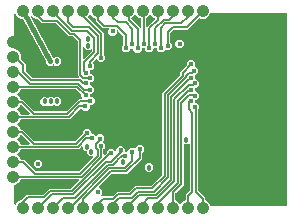
<source format=gbr>
G04 EAGLE Gerber RS-274X export*
G75*
%MOMM*%
%FSLAX34Y34*%
%LPD*%
%INBottom Copper*%
%IPPOS*%
%AMOC8*
5,1,8,0,0,1.08239X$1,22.5*%
G01*
%ADD10C,1.050000*%
%ADD11C,0.450000*%
%ADD12C,0.152400*%
%ADD13C,0.457200*%
%ADD14C,0.453200*%
%ADD15C,0.406400*%

G36*
X233878Y7573D02*
X233878Y7573D01*
X233897Y7571D01*
X233999Y7593D01*
X234101Y7609D01*
X234118Y7619D01*
X234138Y7623D01*
X234227Y7676D01*
X234318Y7725D01*
X234332Y7739D01*
X234349Y7749D01*
X234416Y7828D01*
X234488Y7903D01*
X234496Y7921D01*
X234509Y7936D01*
X234548Y8032D01*
X234591Y8126D01*
X234593Y8146D01*
X234601Y8164D01*
X234619Y8331D01*
X234619Y170485D01*
X234617Y170502D01*
X234618Y170517D01*
X234618Y170519D01*
X234618Y170524D01*
X234596Y170626D01*
X234580Y170728D01*
X234570Y170745D01*
X234566Y170765D01*
X234513Y170854D01*
X234464Y170945D01*
X234450Y170959D01*
X234440Y170976D01*
X234361Y171043D01*
X234286Y171115D01*
X234268Y171123D01*
X234253Y171136D01*
X234157Y171175D01*
X234063Y171218D01*
X234043Y171220D01*
X234025Y171228D01*
X233858Y171246D01*
X170764Y171246D01*
X170650Y171227D01*
X170533Y171210D01*
X170528Y171208D01*
X170522Y171207D01*
X170419Y171152D01*
X170314Y171099D01*
X170310Y171094D01*
X170304Y171091D01*
X170224Y171007D01*
X170142Y170923D01*
X170138Y170917D01*
X170135Y170913D01*
X170127Y170896D01*
X170061Y170776D01*
X169231Y168772D01*
X167397Y166938D01*
X165000Y165945D01*
X162406Y165945D01*
X161305Y166401D01*
X161191Y166428D01*
X161078Y166457D01*
X161071Y166456D01*
X161065Y166458D01*
X160949Y166447D01*
X160832Y166438D01*
X160827Y166435D01*
X160820Y166434D01*
X160713Y166387D01*
X160606Y166341D01*
X160600Y166337D01*
X160596Y166334D01*
X160582Y166322D01*
X160475Y166236D01*
X151083Y156844D01*
X139079Y156844D01*
X138989Y156830D01*
X138898Y156822D01*
X138869Y156810D01*
X138837Y156805D01*
X138756Y156762D01*
X138672Y156726D01*
X138640Y156700D01*
X138619Y156689D01*
X138597Y156666D01*
X138541Y156621D01*
X135987Y154067D01*
X135934Y153993D01*
X135874Y153924D01*
X135862Y153893D01*
X135843Y153867D01*
X135816Y153780D01*
X135782Y153695D01*
X135778Y153654D01*
X135771Y153632D01*
X135772Y153600D01*
X135764Y153529D01*
X135764Y146518D01*
X135778Y146428D01*
X135786Y146337D01*
X135798Y146307D01*
X135803Y146275D01*
X135846Y146194D01*
X135882Y146110D01*
X135908Y146078D01*
X135919Y146058D01*
X135942Y146035D01*
X135987Y145979D01*
X137252Y144714D01*
X137252Y141798D01*
X135189Y139735D01*
X132076Y139735D01*
X131986Y139721D01*
X131895Y139713D01*
X131865Y139701D01*
X131833Y139696D01*
X131752Y139653D01*
X131668Y139617D01*
X131636Y139591D01*
X131616Y139580D01*
X131593Y139557D01*
X131537Y139512D01*
X129728Y137703D01*
X126812Y137703D01*
X124749Y139766D01*
X124749Y140244D01*
X124746Y140264D01*
X124748Y140283D01*
X124726Y140385D01*
X124710Y140487D01*
X124700Y140504D01*
X124696Y140524D01*
X124643Y140613D01*
X124594Y140704D01*
X124580Y140718D01*
X124570Y140735D01*
X124491Y140802D01*
X124416Y140874D01*
X124398Y140882D01*
X124383Y140895D01*
X124287Y140934D01*
X124193Y140977D01*
X124173Y140979D01*
X124155Y140987D01*
X123988Y141005D01*
X122392Y141005D01*
X122372Y141002D01*
X122353Y141004D01*
X122251Y140982D01*
X122149Y140966D01*
X122132Y140956D01*
X122112Y140952D01*
X122023Y140899D01*
X121932Y140850D01*
X121918Y140836D01*
X121901Y140826D01*
X121834Y140747D01*
X121762Y140672D01*
X121754Y140654D01*
X121741Y140639D01*
X121702Y140543D01*
X121659Y140449D01*
X121657Y140429D01*
X121649Y140411D01*
X121631Y140244D01*
X121631Y139512D01*
X119568Y137449D01*
X116652Y137449D01*
X114589Y139512D01*
X114589Y140371D01*
X114586Y140391D01*
X114588Y140410D01*
X114566Y140512D01*
X114550Y140614D01*
X114540Y140631D01*
X114536Y140651D01*
X114483Y140740D01*
X114434Y140831D01*
X114420Y140845D01*
X114410Y140862D01*
X114331Y140929D01*
X114256Y141001D01*
X114238Y141009D01*
X114223Y141022D01*
X114127Y141061D01*
X114033Y141104D01*
X114013Y141106D01*
X113995Y141114D01*
X113828Y141132D01*
X112613Y141132D01*
X112593Y141129D01*
X112574Y141131D01*
X112472Y141109D01*
X112370Y141093D01*
X112353Y141083D01*
X112333Y141079D01*
X112244Y141026D01*
X112153Y140977D01*
X112139Y140963D01*
X112122Y140953D01*
X112055Y140874D01*
X111983Y140799D01*
X111975Y140781D01*
X111962Y140766D01*
X111923Y140670D01*
X111880Y140576D01*
X111878Y140556D01*
X111870Y140538D01*
X111852Y140371D01*
X111852Y139385D01*
X109789Y137322D01*
X106873Y137322D01*
X104810Y139385D01*
X104810Y139990D01*
X104807Y140010D01*
X104809Y140029D01*
X104787Y140131D01*
X104771Y140233D01*
X104761Y140250D01*
X104757Y140270D01*
X104704Y140359D01*
X104655Y140450D01*
X104641Y140464D01*
X104631Y140481D01*
X104552Y140548D01*
X104477Y140620D01*
X104459Y140628D01*
X104444Y140641D01*
X104348Y140680D01*
X104254Y140723D01*
X104234Y140725D01*
X104216Y140733D01*
X104049Y140751D01*
X102707Y140751D01*
X102687Y140748D01*
X102668Y140750D01*
X102566Y140728D01*
X102464Y140712D01*
X102447Y140702D01*
X102427Y140698D01*
X102338Y140645D01*
X102247Y140596D01*
X102233Y140582D01*
X102216Y140572D01*
X102149Y140493D01*
X102077Y140418D01*
X102069Y140400D01*
X102056Y140385D01*
X102017Y140289D01*
X101974Y140195D01*
X101972Y140175D01*
X101964Y140157D01*
X101946Y139990D01*
X101946Y139766D01*
X99883Y137703D01*
X96967Y137703D01*
X94904Y139766D01*
X94904Y142682D01*
X96169Y143947D01*
X96222Y144021D01*
X96282Y144091D01*
X96294Y144121D01*
X96313Y144147D01*
X96340Y144234D01*
X96374Y144319D01*
X96378Y144360D01*
X96385Y144382D01*
X96384Y144414D01*
X96392Y144486D01*
X96392Y151243D01*
X96378Y151333D01*
X96370Y151424D01*
X96358Y151453D01*
X96353Y151485D01*
X96310Y151566D01*
X96274Y151650D01*
X96248Y151682D01*
X96237Y151703D01*
X96214Y151725D01*
X96169Y151781D01*
X92085Y155865D01*
X92027Y155907D01*
X91975Y155956D01*
X91928Y155978D01*
X91886Y156009D01*
X91817Y156030D01*
X91752Y156060D01*
X91700Y156066D01*
X91650Y156081D01*
X91579Y156079D01*
X91508Y156087D01*
X91457Y156076D01*
X91405Y156075D01*
X91337Y156050D01*
X91267Y156035D01*
X91222Y156008D01*
X91174Y155990D01*
X91118Y155945D01*
X91056Y155909D01*
X91022Y155869D01*
X90982Y155836D01*
X90943Y155776D01*
X90896Y155722D01*
X90877Y155673D01*
X90849Y155629D01*
X90831Y155560D01*
X90804Y155493D01*
X90796Y155422D01*
X90788Y155391D01*
X90790Y155368D01*
X90786Y155327D01*
X90786Y153729D01*
X88714Y151657D01*
X85784Y151657D01*
X83712Y153729D01*
X83712Y156659D01*
X83741Y156688D01*
X83783Y156746D01*
X83832Y156798D01*
X83854Y156845D01*
X83885Y156887D01*
X83906Y156956D01*
X83936Y157021D01*
X83942Y157073D01*
X83957Y157123D01*
X83955Y157194D01*
X83963Y157265D01*
X83952Y157316D01*
X83951Y157368D01*
X83926Y157436D01*
X83911Y157506D01*
X83884Y157551D01*
X83866Y157599D01*
X83821Y157655D01*
X83785Y157717D01*
X83745Y157751D01*
X83712Y157791D01*
X83652Y157830D01*
X83598Y157877D01*
X83549Y157896D01*
X83506Y157924D01*
X83436Y157942D01*
X83369Y157969D01*
X83298Y157977D01*
X83267Y157985D01*
X83244Y157983D01*
X83203Y157987D01*
X78660Y157987D01*
X72770Y163877D01*
X72770Y165741D01*
X72751Y165856D01*
X72734Y165972D01*
X72732Y165978D01*
X72731Y165984D01*
X72676Y166087D01*
X72623Y166192D01*
X72618Y166196D01*
X72615Y166201D01*
X72531Y166281D01*
X72447Y166364D01*
X72441Y166367D01*
X72437Y166371D01*
X72420Y166379D01*
X72300Y166445D01*
X71109Y166938D01*
X69275Y168772D01*
X69156Y169059D01*
X69119Y169120D01*
X69089Y169185D01*
X69054Y169224D01*
X69027Y169268D01*
X68972Y169314D01*
X68923Y169366D01*
X68877Y169392D01*
X68837Y169425D01*
X68770Y169450D01*
X68707Y169485D01*
X68656Y169494D01*
X68608Y169513D01*
X68536Y169516D01*
X68465Y169529D01*
X68414Y169521D01*
X68362Y169523D01*
X68293Y169503D01*
X68222Y169493D01*
X68176Y169469D01*
X68126Y169455D01*
X68067Y169414D01*
X68003Y169381D01*
X67966Y169344D01*
X67924Y169315D01*
X67881Y169257D01*
X67831Y169206D01*
X67796Y169143D01*
X67777Y169117D01*
X67770Y169095D01*
X67750Y169059D01*
X67631Y168772D01*
X66721Y167862D01*
X66709Y167846D01*
X66694Y167834D01*
X66638Y167746D01*
X66577Y167663D01*
X66572Y167644D01*
X66561Y167627D01*
X66536Y167526D01*
X66505Y167427D01*
X66506Y167408D01*
X66501Y167388D01*
X66509Y167285D01*
X66511Y167182D01*
X66518Y167163D01*
X66520Y167143D01*
X66560Y167048D01*
X66596Y166951D01*
X66608Y166935D01*
X66616Y166917D01*
X66721Y166786D01*
X79630Y153877D01*
X79630Y136231D01*
X79644Y136141D01*
X79652Y136050D01*
X79664Y136020D01*
X79669Y135988D01*
X79692Y135946D01*
X79693Y135941D01*
X79706Y135919D01*
X79712Y135907D01*
X79748Y135823D01*
X79774Y135791D01*
X79785Y135771D01*
X79808Y135748D01*
X79819Y135730D01*
X79830Y135720D01*
X79853Y135692D01*
X81118Y134427D01*
X81118Y131511D01*
X79055Y129448D01*
X76139Y129448D01*
X74043Y131544D01*
X74037Y131582D01*
X74003Y131646D01*
X73978Y131713D01*
X73946Y131754D01*
X73921Y131800D01*
X73870Y131849D01*
X73825Y131905D01*
X73781Y131933D01*
X73743Y131969D01*
X73678Y131999D01*
X73618Y132038D01*
X73567Y132051D01*
X73520Y132073D01*
X73449Y132081D01*
X73379Y132098D01*
X73327Y132094D01*
X73276Y132100D01*
X73205Y132085D01*
X73134Y132079D01*
X73086Y132059D01*
X73035Y132048D01*
X72974Y132011D01*
X72908Y131983D01*
X72852Y131938D01*
X72824Y131922D01*
X72809Y131904D01*
X72777Y131878D01*
X70442Y129543D01*
X70430Y129527D01*
X70414Y129514D01*
X70358Y129427D01*
X70298Y129343D01*
X70292Y129324D01*
X70281Y129307D01*
X70256Y129207D01*
X70226Y129108D01*
X70226Y129088D01*
X70221Y129069D01*
X70229Y128966D01*
X70232Y128862D01*
X70239Y128843D01*
X70241Y128824D01*
X70281Y128729D01*
X70317Y128631D01*
X70329Y128616D01*
X70337Y128597D01*
X70442Y128466D01*
X71593Y127315D01*
X71593Y124399D01*
X69530Y122336D01*
X68671Y122336D01*
X68651Y122333D01*
X68632Y122335D01*
X68530Y122313D01*
X68428Y122297D01*
X68411Y122287D01*
X68391Y122283D01*
X68302Y122230D01*
X68211Y122181D01*
X68197Y122167D01*
X68180Y122157D01*
X68113Y122078D01*
X68041Y122003D01*
X68033Y121985D01*
X68020Y121970D01*
X67981Y121874D01*
X67938Y121780D01*
X67936Y121760D01*
X67928Y121742D01*
X67910Y121575D01*
X67910Y120106D01*
X67913Y120086D01*
X67911Y120067D01*
X67933Y119965D01*
X67949Y119863D01*
X67959Y119846D01*
X67963Y119826D01*
X68016Y119737D01*
X68065Y119646D01*
X68079Y119632D01*
X68089Y119615D01*
X68168Y119548D01*
X68243Y119476D01*
X68261Y119468D01*
X68276Y119455D01*
X68372Y119416D01*
X68466Y119373D01*
X68486Y119371D01*
X68504Y119363D01*
X68671Y119345D01*
X69657Y119345D01*
X71720Y117282D01*
X71720Y114366D01*
X69657Y112303D01*
X68925Y112303D01*
X68905Y112300D01*
X68886Y112302D01*
X68784Y112280D01*
X68682Y112264D01*
X68665Y112254D01*
X68645Y112250D01*
X68556Y112197D01*
X68465Y112148D01*
X68451Y112134D01*
X68434Y112124D01*
X68367Y112045D01*
X68295Y111970D01*
X68287Y111952D01*
X68274Y111937D01*
X68235Y111841D01*
X68192Y111747D01*
X68190Y111727D01*
X68182Y111709D01*
X68164Y111542D01*
X68164Y110200D01*
X68167Y110180D01*
X68165Y110161D01*
X68187Y110059D01*
X68203Y109957D01*
X68213Y109940D01*
X68217Y109920D01*
X68270Y109831D01*
X68319Y109740D01*
X68333Y109726D01*
X68343Y109709D01*
X68422Y109642D01*
X68497Y109570D01*
X68515Y109562D01*
X68530Y109549D01*
X68626Y109510D01*
X68720Y109467D01*
X68740Y109465D01*
X68758Y109457D01*
X68925Y109439D01*
X69403Y109439D01*
X71466Y107376D01*
X71466Y104460D01*
X69403Y102397D01*
X68544Y102397D01*
X68524Y102394D01*
X68505Y102396D01*
X68403Y102374D01*
X68301Y102358D01*
X68284Y102348D01*
X68264Y102344D01*
X68175Y102291D01*
X68084Y102242D01*
X68070Y102228D01*
X68053Y102218D01*
X67986Y102139D01*
X67914Y102064D01*
X67906Y102046D01*
X67893Y102031D01*
X67854Y101935D01*
X67811Y101841D01*
X67809Y101821D01*
X67801Y101803D01*
X67783Y101636D01*
X67783Y100421D01*
X67785Y100410D01*
X67784Y100403D01*
X67785Y100396D01*
X67784Y100382D01*
X67806Y100280D01*
X67822Y100178D01*
X67832Y100161D01*
X67836Y100141D01*
X67889Y100052D01*
X67938Y99961D01*
X67952Y99947D01*
X67962Y99930D01*
X68041Y99863D01*
X68116Y99791D01*
X68134Y99783D01*
X68149Y99770D01*
X68245Y99731D01*
X68339Y99688D01*
X68359Y99686D01*
X68377Y99678D01*
X68544Y99660D01*
X69911Y99660D01*
X71974Y97597D01*
X71974Y94681D01*
X69911Y92618D01*
X68417Y92618D01*
X68397Y92615D01*
X68378Y92617D01*
X68276Y92595D01*
X68174Y92579D01*
X68157Y92569D01*
X68137Y92565D01*
X68048Y92512D01*
X67957Y92463D01*
X67943Y92449D01*
X67926Y92439D01*
X67859Y92360D01*
X67787Y92285D01*
X67779Y92267D01*
X67766Y92252D01*
X67727Y92156D01*
X67684Y92062D01*
X67682Y92042D01*
X67674Y92024D01*
X67656Y91857D01*
X67656Y90236D01*
X65593Y88173D01*
X62677Y88173D01*
X61412Y89438D01*
X61338Y89491D01*
X61268Y89551D01*
X61238Y89563D01*
X61212Y89582D01*
X61125Y89609D01*
X61040Y89643D01*
X60999Y89647D01*
X60977Y89654D01*
X60945Y89653D01*
X60873Y89661D01*
X60085Y89661D01*
X59995Y89647D01*
X59904Y89639D01*
X59875Y89627D01*
X59843Y89622D01*
X59762Y89579D01*
X59678Y89543D01*
X59646Y89517D01*
X59625Y89506D01*
X59603Y89483D01*
X59547Y89438D01*
X50880Y80771D01*
X9773Y80771D01*
X9658Y80752D01*
X9542Y80735D01*
X9536Y80733D01*
X9530Y80732D01*
X9427Y80677D01*
X9322Y80624D01*
X9318Y80619D01*
X9313Y80616D01*
X9233Y80532D01*
X9150Y80448D01*
X9147Y80442D01*
X9143Y80438D01*
X9135Y80421D01*
X9069Y80301D01*
X8576Y79110D01*
X6742Y77276D01*
X6455Y77157D01*
X6394Y77120D01*
X6329Y77090D01*
X6290Y77055D01*
X6246Y77028D01*
X6200Y76973D01*
X6148Y76924D01*
X6122Y76878D01*
X6089Y76838D01*
X6064Y76771D01*
X6029Y76708D01*
X6020Y76657D01*
X6001Y76609D01*
X5998Y76537D01*
X5985Y76466D01*
X5993Y76415D01*
X5991Y76363D01*
X6011Y76294D01*
X6021Y76223D01*
X6045Y76177D01*
X6059Y76127D01*
X6100Y76068D01*
X6133Y76004D01*
X6170Y75967D01*
X6199Y75925D01*
X6257Y75882D01*
X6308Y75832D01*
X6371Y75797D01*
X6397Y75778D01*
X6419Y75771D01*
X6455Y75751D01*
X6742Y75632D01*
X8576Y73798D01*
X9069Y72607D01*
X9131Y72507D01*
X9191Y72407D01*
X9196Y72403D01*
X9199Y72398D01*
X9290Y72323D01*
X9378Y72247D01*
X9384Y72245D01*
X9388Y72241D01*
X9497Y72199D01*
X9606Y72155D01*
X9613Y72154D01*
X9618Y72153D01*
X9636Y72152D01*
X9773Y72137D01*
X11256Y72137D01*
X20939Y62454D01*
X21013Y62401D01*
X21082Y62341D01*
X21113Y62329D01*
X21139Y62310D01*
X21226Y62283D01*
X21311Y62249D01*
X21352Y62245D01*
X21374Y62238D01*
X21406Y62239D01*
X21477Y62231D01*
X55216Y62231D01*
X55306Y62245D01*
X55397Y62253D01*
X55427Y62265D01*
X55459Y62270D01*
X55540Y62313D01*
X55624Y62349D01*
X55656Y62375D01*
X55676Y62386D01*
X55699Y62409D01*
X55755Y62454D01*
X61647Y68346D01*
X61788Y68487D01*
X61841Y68561D01*
X61901Y68631D01*
X61913Y68661D01*
X61932Y68687D01*
X61959Y68774D01*
X61993Y68859D01*
X61997Y68900D01*
X62004Y68922D01*
X62003Y68954D01*
X62011Y69026D01*
X62011Y70673D01*
X64074Y72736D01*
X66990Y72736D01*
X69053Y70673D01*
X69053Y69560D01*
X69056Y69540D01*
X69054Y69521D01*
X69076Y69419D01*
X69092Y69317D01*
X69102Y69300D01*
X69106Y69280D01*
X69159Y69191D01*
X69208Y69100D01*
X69222Y69086D01*
X69232Y69069D01*
X69311Y69002D01*
X69386Y68930D01*
X69404Y68922D01*
X69419Y68909D01*
X69515Y68870D01*
X69609Y68827D01*
X69629Y68825D01*
X69647Y68817D01*
X69814Y68799D01*
X71308Y68799D01*
X73122Y66985D01*
X73138Y66974D01*
X73150Y66958D01*
X73238Y66902D01*
X73321Y66842D01*
X73340Y66836D01*
X73357Y66825D01*
X73458Y66800D01*
X73557Y66769D01*
X73576Y66770D01*
X73596Y66765D01*
X73699Y66773D01*
X73802Y66776D01*
X73821Y66783D01*
X73841Y66784D01*
X73936Y66825D01*
X74033Y66860D01*
X74049Y66873D01*
X74067Y66881D01*
X74198Y66985D01*
X75250Y68037D01*
X78166Y68037D01*
X80229Y65974D01*
X80229Y63058D01*
X79304Y62133D01*
X79293Y62117D01*
X79277Y62105D01*
X79247Y62057D01*
X79237Y62047D01*
X79228Y62029D01*
X79221Y62017D01*
X79161Y61934D01*
X79155Y61915D01*
X79144Y61898D01*
X79119Y61797D01*
X79088Y61698D01*
X79089Y61679D01*
X79084Y61659D01*
X79092Y61556D01*
X79095Y61453D01*
X79102Y61434D01*
X79103Y61414D01*
X79144Y61319D01*
X79179Y61222D01*
X79192Y61206D01*
X79200Y61188D01*
X79304Y61057D01*
X80737Y59624D01*
X80737Y56708D01*
X79697Y55668D01*
X79644Y55594D01*
X79584Y55524D01*
X79572Y55494D01*
X79553Y55468D01*
X79527Y55381D01*
X79492Y55296D01*
X79488Y55255D01*
X79481Y55233D01*
X79482Y55201D01*
X79474Y55130D01*
X79474Y51337D01*
X79486Y51266D01*
X79487Y51194D01*
X79505Y51145D01*
X79514Y51094D01*
X79547Y51031D01*
X79572Y50963D01*
X79604Y50922D01*
X79629Y50877D01*
X79681Y50827D01*
X79726Y50771D01*
X79769Y50743D01*
X79807Y50707D01*
X79872Y50677D01*
X79932Y50638D01*
X79983Y50625D01*
X80030Y50604D01*
X80101Y50596D01*
X80171Y50578D01*
X80223Y50582D01*
X80275Y50576D01*
X80345Y50592D01*
X80416Y50597D01*
X80464Y50618D01*
X80515Y50629D01*
X80577Y50666D01*
X80643Y50694D01*
X80698Y50738D01*
X80726Y50755D01*
X80741Y50773D01*
X80774Y50798D01*
X82108Y52133D01*
X82161Y52207D01*
X82221Y52277D01*
X82233Y52307D01*
X82252Y52333D01*
X82279Y52420D01*
X82313Y52505D01*
X82317Y52546D01*
X82324Y52568D01*
X82323Y52600D01*
X82331Y52671D01*
X82331Y53909D01*
X84394Y55972D01*
X87310Y55972D01*
X89160Y54122D01*
X89218Y54080D01*
X89270Y54031D01*
X89317Y54009D01*
X89359Y53979D01*
X89428Y53958D01*
X89493Y53927D01*
X89545Y53922D01*
X89595Y53906D01*
X89666Y53908D01*
X89737Y53900D01*
X89788Y53911D01*
X89840Y53913D01*
X89908Y53937D01*
X89978Y53953D01*
X90023Y53979D01*
X90071Y53997D01*
X90127Y54042D01*
X90189Y54079D01*
X90223Y54118D01*
X90263Y54151D01*
X90302Y54211D01*
X90349Y54266D01*
X90368Y54314D01*
X90396Y54358D01*
X90414Y54427D01*
X90441Y54494D01*
X90449Y54565D01*
X90457Y54596D01*
X90455Y54620D01*
X90459Y54661D01*
X90459Y55941D01*
X92522Y58004D01*
X95438Y58004D01*
X97501Y55941D01*
X97501Y54320D01*
X97504Y54300D01*
X97502Y54281D01*
X97524Y54179D01*
X97540Y54077D01*
X97550Y54060D01*
X97554Y54040D01*
X97607Y53951D01*
X97656Y53860D01*
X97670Y53846D01*
X97680Y53829D01*
X97759Y53762D01*
X97834Y53690D01*
X97852Y53682D01*
X97867Y53669D01*
X97963Y53630D01*
X98057Y53587D01*
X98077Y53585D01*
X98095Y53577D01*
X98262Y53559D01*
X99350Y53559D01*
X99370Y53562D01*
X99389Y53560D01*
X99491Y53582D01*
X99593Y53598D01*
X99610Y53608D01*
X99630Y53612D01*
X99719Y53665D01*
X99810Y53714D01*
X99824Y53728D01*
X99841Y53738D01*
X99908Y53817D01*
X99980Y53892D01*
X99988Y53910D01*
X100001Y53925D01*
X100040Y54021D01*
X100083Y54115D01*
X100085Y54135D01*
X100093Y54153D01*
X100111Y54320D01*
X100111Y54671D01*
X102174Y56734D01*
X105090Y56734D01*
X105416Y56408D01*
X105474Y56366D01*
X105526Y56317D01*
X105573Y56295D01*
X105615Y56265D01*
X105684Y56244D01*
X105749Y56213D01*
X105801Y56208D01*
X105851Y56192D01*
X105922Y56194D01*
X105993Y56186D01*
X106044Y56197D01*
X106096Y56199D01*
X106164Y56223D01*
X106234Y56239D01*
X106279Y56265D01*
X106327Y56283D01*
X106383Y56328D01*
X106445Y56365D01*
X106479Y56404D01*
X106519Y56437D01*
X106558Y56497D01*
X106605Y56552D01*
X106624Y56600D01*
X106652Y56644D01*
X106670Y56713D01*
X106697Y56780D01*
X106701Y56816D01*
X108778Y58893D01*
X111694Y58893D01*
X113757Y56830D01*
X113757Y53914D01*
X112492Y52649D01*
X112439Y52575D01*
X112379Y52505D01*
X112367Y52475D01*
X112348Y52449D01*
X112321Y52362D01*
X112287Y52277D01*
X112283Y52236D01*
X112276Y52214D01*
X112277Y52182D01*
X112269Y52110D01*
X112269Y47545D01*
X99394Y34670D01*
X86755Y34670D01*
X86665Y34656D01*
X86574Y34648D01*
X86545Y34636D01*
X86513Y34631D01*
X86432Y34588D01*
X86348Y34552D01*
X86316Y34526D01*
X86295Y34515D01*
X86273Y34492D01*
X86217Y34447D01*
X75894Y24124D01*
X75852Y24066D01*
X75803Y24014D01*
X75781Y23967D01*
X75750Y23925D01*
X75729Y23856D01*
X75699Y23791D01*
X75693Y23739D01*
X75678Y23689D01*
X75680Y23618D01*
X75672Y23547D01*
X75683Y23496D01*
X75684Y23444D01*
X75709Y23376D01*
X75724Y23306D01*
X75751Y23261D01*
X75769Y23213D01*
X75814Y23157D01*
X75850Y23095D01*
X75890Y23061D01*
X75923Y23021D01*
X75983Y22982D01*
X76037Y22935D01*
X76086Y22916D01*
X76130Y22888D01*
X76199Y22870D01*
X76266Y22843D01*
X76337Y22835D01*
X76368Y22827D01*
X76391Y22829D01*
X76432Y22825D01*
X76515Y22825D01*
X78578Y20762D01*
X78578Y17846D01*
X77653Y16921D01*
X77611Y16863D01*
X77562Y16811D01*
X77540Y16764D01*
X77510Y16722D01*
X77489Y16653D01*
X77458Y16588D01*
X77453Y16536D01*
X77437Y16486D01*
X77439Y16415D01*
X77431Y16344D01*
X77442Y16293D01*
X77444Y16241D01*
X77468Y16173D01*
X77484Y16103D01*
X77510Y16058D01*
X77528Y16010D01*
X77573Y15954D01*
X77610Y15892D01*
X77649Y15858D01*
X77682Y15818D01*
X77742Y15779D01*
X77797Y15732D01*
X77845Y15713D01*
X77889Y15685D01*
X77958Y15667D01*
X78025Y15640D01*
X78096Y15632D01*
X78127Y15624D01*
X78151Y15626D01*
X78192Y15622D01*
X86727Y15622D01*
X86817Y15636D01*
X86908Y15644D01*
X86937Y15656D01*
X86969Y15661D01*
X87050Y15704D01*
X87134Y15740D01*
X87166Y15766D01*
X87187Y15777D01*
X87209Y15800D01*
X87265Y15845D01*
X90725Y19305D01*
X101049Y19305D01*
X101139Y19319D01*
X101230Y19327D01*
X101260Y19339D01*
X101292Y19344D01*
X101372Y19387D01*
X101456Y19423D01*
X101488Y19449D01*
X101509Y19460D01*
X101531Y19483D01*
X101587Y19528D01*
X106444Y24385D01*
X119239Y24385D01*
X119329Y24399D01*
X119420Y24407D01*
X119449Y24419D01*
X119481Y24424D01*
X119562Y24467D01*
X119646Y24503D01*
X119678Y24529D01*
X119699Y24540D01*
X119721Y24563D01*
X119777Y24608D01*
X128935Y33766D01*
X128988Y33840D01*
X129048Y33909D01*
X129060Y33940D01*
X129079Y33966D01*
X129106Y34053D01*
X129140Y34138D01*
X129144Y34179D01*
X129151Y34201D01*
X129150Y34233D01*
X129158Y34304D01*
X129158Y103032D01*
X144211Y118085D01*
X144264Y118159D01*
X144324Y118228D01*
X144336Y118258D01*
X144355Y118284D01*
X144382Y118371D01*
X144416Y118456D01*
X144420Y118497D01*
X144427Y118519D01*
X144426Y118552D01*
X144434Y118623D01*
X144434Y121020D01*
X149926Y126512D01*
X149979Y126586D01*
X150039Y126655D01*
X150051Y126686D01*
X150070Y126712D01*
X150097Y126799D01*
X150131Y126884D01*
X150135Y126925D01*
X150142Y126947D01*
X150141Y126979D01*
X150149Y127050D01*
X150149Y128839D01*
X152212Y130902D01*
X155128Y130902D01*
X157191Y128839D01*
X157191Y125726D01*
X157205Y125636D01*
X157213Y125545D01*
X157225Y125515D01*
X157230Y125483D01*
X157273Y125402D01*
X157309Y125318D01*
X157335Y125286D01*
X157346Y125266D01*
X157369Y125243D01*
X157414Y125187D01*
X159223Y123378D01*
X159223Y120462D01*
X157219Y118458D01*
X157207Y118442D01*
X157192Y118429D01*
X157160Y118380D01*
X157159Y118379D01*
X157158Y118377D01*
X157135Y118342D01*
X157075Y118258D01*
X157069Y118239D01*
X157059Y118222D01*
X157033Y118122D01*
X157003Y118023D01*
X157003Y118003D01*
X156999Y117984D01*
X157007Y117880D01*
X157009Y117777D01*
X157016Y117758D01*
X157018Y117738D01*
X157058Y117644D01*
X157064Y117628D01*
X157064Y115534D01*
X157067Y115514D01*
X157065Y115495D01*
X157087Y115393D01*
X157103Y115291D01*
X157113Y115274D01*
X157117Y115254D01*
X157170Y115165D01*
X157219Y115074D01*
X157233Y115060D01*
X157243Y115043D01*
X157322Y114976D01*
X157397Y114904D01*
X157415Y114896D01*
X157430Y114883D01*
X157526Y114844D01*
X157620Y114801D01*
X157640Y114799D01*
X157658Y114791D01*
X157825Y114773D01*
X158176Y114773D01*
X160239Y112710D01*
X160239Y109794D01*
X158176Y107731D01*
X157825Y107731D01*
X157805Y107728D01*
X157786Y107730D01*
X157684Y107708D01*
X157582Y107692D01*
X157565Y107682D01*
X157545Y107678D01*
X157456Y107625D01*
X157365Y107576D01*
X157351Y107562D01*
X157334Y107552D01*
X157267Y107473D01*
X157195Y107398D01*
X157187Y107380D01*
X157174Y107365D01*
X157135Y107269D01*
X157092Y107175D01*
X157090Y107155D01*
X157082Y107137D01*
X157064Y106970D01*
X157064Y105247D01*
X157067Y105227D01*
X157065Y105208D01*
X157087Y105106D01*
X157103Y105004D01*
X157113Y104987D01*
X157117Y104967D01*
X157170Y104878D01*
X157219Y104787D01*
X157233Y104773D01*
X157243Y104756D01*
X157322Y104689D01*
X157397Y104617D01*
X157415Y104609D01*
X157430Y104596D01*
X157526Y104557D01*
X157620Y104514D01*
X157640Y104512D01*
X157658Y104504D01*
X157825Y104486D01*
X158049Y104486D01*
X160112Y102423D01*
X160112Y99507D01*
X158049Y97444D01*
X157698Y97444D01*
X157678Y97441D01*
X157659Y97443D01*
X157557Y97421D01*
X157455Y97405D01*
X157438Y97395D01*
X157418Y97391D01*
X157329Y97338D01*
X157238Y97289D01*
X157224Y97275D01*
X157207Y97265D01*
X157140Y97186D01*
X157068Y97111D01*
X157060Y97093D01*
X157047Y97078D01*
X157008Y96982D01*
X156965Y96888D01*
X156963Y96868D01*
X156955Y96850D01*
X156937Y96683D01*
X156937Y95341D01*
X156940Y95321D01*
X156938Y95302D01*
X156960Y95200D01*
X156976Y95098D01*
X156986Y95081D01*
X156990Y95061D01*
X157043Y94972D01*
X157092Y94881D01*
X157106Y94867D01*
X157116Y94850D01*
X157195Y94783D01*
X157270Y94711D01*
X157288Y94703D01*
X157303Y94690D01*
X157399Y94651D01*
X157493Y94608D01*
X157513Y94606D01*
X157531Y94598D01*
X157698Y94580D01*
X158049Y94580D01*
X160112Y92517D01*
X160112Y89601D01*
X159863Y89352D01*
X159809Y89278D01*
X159750Y89208D01*
X159738Y89178D01*
X159719Y89152D01*
X159692Y89065D01*
X159658Y88980D01*
X159654Y88939D01*
X159647Y88917D01*
X159648Y88885D01*
X159640Y88813D01*
X159640Y20842D01*
X159654Y20752D01*
X159662Y20661D01*
X159674Y20631D01*
X159679Y20600D01*
X159722Y20519D01*
X159758Y20435D01*
X159784Y20403D01*
X159795Y20382D01*
X159818Y20360D01*
X159863Y20304D01*
X164322Y15845D01*
X165736Y14431D01*
X165736Y12821D01*
X165755Y12706D01*
X165772Y12590D01*
X165774Y12584D01*
X165775Y12578D01*
X165830Y12475D01*
X165883Y12370D01*
X165888Y12366D01*
X165891Y12361D01*
X165975Y12281D01*
X166059Y12198D01*
X166065Y12195D01*
X166069Y12191D01*
X166086Y12183D01*
X166206Y12117D01*
X167397Y11624D01*
X169231Y9790D01*
X169956Y8040D01*
X170017Y7940D01*
X170077Y7840D01*
X170082Y7836D01*
X170086Y7831D01*
X170175Y7756D01*
X170264Y7680D01*
X170270Y7678D01*
X170275Y7674D01*
X170383Y7632D01*
X170492Y7588D01*
X170500Y7587D01*
X170505Y7586D01*
X170523Y7585D01*
X170659Y7570D01*
X233858Y7570D01*
X233878Y7573D01*
G37*
G36*
X57841Y115836D02*
X57841Y115836D01*
X57913Y115838D01*
X57962Y115856D01*
X58013Y115864D01*
X58077Y115898D01*
X58144Y115923D01*
X58185Y115955D01*
X58231Y115980D01*
X58280Y116032D01*
X58336Y116076D01*
X58364Y116120D01*
X58400Y116158D01*
X58430Y116223D01*
X58469Y116283D01*
X58482Y116334D01*
X58504Y116381D01*
X58512Y116452D01*
X58529Y116522D01*
X58525Y116574D01*
X58531Y116625D01*
X58516Y116696D01*
X58510Y116767D01*
X58490Y116815D01*
X58479Y116866D01*
X58442Y116927D01*
X58414Y116993D01*
X58369Y117049D01*
X58353Y117077D01*
X58335Y117092D01*
X58309Y117124D01*
X57657Y117776D01*
X57657Y146925D01*
X57643Y147015D01*
X57635Y147106D01*
X57623Y147135D01*
X57618Y147167D01*
X57575Y147248D01*
X57539Y147332D01*
X57513Y147364D01*
X57502Y147385D01*
X57479Y147407D01*
X57434Y147463D01*
X54118Y150779D01*
X54044Y150832D01*
X53975Y150892D01*
X53944Y150904D01*
X53918Y150923D01*
X53831Y150950D01*
X53746Y150984D01*
X53705Y150988D01*
X53683Y150995D01*
X53651Y150994D01*
X53580Y151002D01*
X50452Y151002D01*
X39499Y161955D01*
X39425Y162008D01*
X39355Y162068D01*
X39325Y162080D01*
X39299Y162099D01*
X39212Y162126D01*
X39127Y162160D01*
X39086Y162164D01*
X39064Y162171D01*
X39032Y162170D01*
X38960Y162178D01*
X27352Y162178D01*
X23892Y165638D01*
X23818Y165691D01*
X23749Y165751D01*
X23718Y165763D01*
X23692Y165782D01*
X23605Y165809D01*
X23520Y165843D01*
X23479Y165847D01*
X23457Y165854D01*
X23425Y165853D01*
X23354Y165861D01*
X23107Y165861D01*
X23100Y165866D01*
X23013Y165893D01*
X22928Y165927D01*
X22888Y165931D01*
X22865Y165938D01*
X22833Y165937D01*
X22762Y165945D01*
X22706Y165945D01*
X20309Y166938D01*
X19087Y168160D01*
X19076Y168168D01*
X19067Y168179D01*
X18976Y168240D01*
X18887Y168304D01*
X18874Y168308D01*
X18863Y168316D01*
X18757Y168344D01*
X18652Y168376D01*
X18638Y168376D01*
X18625Y168379D01*
X18516Y168373D01*
X18406Y168370D01*
X18393Y168365D01*
X18380Y168364D01*
X18279Y168323D01*
X18175Y168285D01*
X18164Y168277D01*
X18152Y168272D01*
X18069Y168201D01*
X17983Y168132D01*
X17976Y168120D01*
X17965Y168111D01*
X17910Y168017D01*
X17850Y167925D01*
X17847Y167912D01*
X17840Y167900D01*
X17817Y167793D01*
X17790Y167686D01*
X17791Y167673D01*
X17788Y167659D01*
X17801Y167550D01*
X17809Y167441D01*
X17815Y167429D01*
X17816Y167415D01*
X17879Y167260D01*
X36519Y132848D01*
X36523Y132843D01*
X36525Y132837D01*
X36598Y132746D01*
X36669Y132654D01*
X36675Y132650D01*
X36678Y132645D01*
X36777Y132582D01*
X36874Y132517D01*
X36880Y132516D01*
X36885Y132512D01*
X36999Y132484D01*
X37112Y132453D01*
X37118Y132454D01*
X37124Y132452D01*
X37240Y132461D01*
X37357Y132468D01*
X37363Y132471D01*
X37369Y132471D01*
X37476Y132517D01*
X37585Y132561D01*
X37590Y132565D01*
X37595Y132568D01*
X37726Y132672D01*
X38532Y133478D01*
X41478Y133478D01*
X43562Y131394D01*
X43562Y128448D01*
X41478Y126364D01*
X38532Y126364D01*
X37813Y127083D01*
X37797Y127095D01*
X37784Y127110D01*
X37697Y127166D01*
X37613Y127227D01*
X37594Y127233D01*
X37577Y127243D01*
X37477Y127269D01*
X37378Y127299D01*
X37358Y127299D01*
X37339Y127303D01*
X37236Y127295D01*
X37132Y127293D01*
X37113Y127286D01*
X37094Y127284D01*
X36999Y127244D01*
X36901Y127208D01*
X36885Y127196D01*
X36867Y127188D01*
X36736Y127083D01*
X35890Y126237D01*
X34978Y126237D01*
X34875Y126220D01*
X34850Y126218D01*
X34847Y126219D01*
X34680Y126237D01*
X32944Y126237D01*
X32299Y126882D01*
X32214Y126943D01*
X32194Y126959D01*
X32193Y126962D01*
X32088Y127093D01*
X30860Y128321D01*
X30860Y128365D01*
X30846Y128455D01*
X30838Y128546D01*
X30826Y128575D01*
X30821Y128607D01*
X30778Y128688D01*
X30742Y128772D01*
X30733Y128783D01*
X30733Y129467D01*
X30716Y129570D01*
X30705Y129675D01*
X30696Y129696D01*
X30694Y129710D01*
X30679Y129738D01*
X30641Y129830D01*
X11295Y165547D01*
X11247Y165608D01*
X11207Y165675D01*
X11173Y165705D01*
X11144Y165741D01*
X11080Y165784D01*
X11020Y165835D01*
X10978Y165852D01*
X10940Y165877D01*
X10865Y165898D01*
X10792Y165927D01*
X10731Y165934D01*
X10702Y165941D01*
X10675Y165940D01*
X10626Y165945D01*
X10006Y165945D01*
X7609Y166938D01*
X5775Y168772D01*
X5478Y169489D01*
X5427Y169572D01*
X5381Y169657D01*
X5362Y169675D01*
X5349Y169698D01*
X5274Y169760D01*
X5203Y169827D01*
X5179Y169838D01*
X5159Y169855D01*
X5068Y169889D01*
X4980Y169930D01*
X4954Y169933D01*
X4930Y169943D01*
X4832Y169947D01*
X4736Y169958D01*
X4710Y169952D01*
X4684Y169953D01*
X4590Y169926D01*
X4495Y169905D01*
X4473Y169892D01*
X4448Y169885D01*
X4368Y169829D01*
X4284Y169779D01*
X4267Y169759D01*
X4246Y169744D01*
X4187Y169666D01*
X4124Y169592D01*
X4114Y169568D01*
X4099Y169547D01*
X4069Y169454D01*
X4032Y169364D01*
X4029Y169332D01*
X4023Y169313D01*
X4023Y169280D01*
X4014Y169197D01*
X4014Y140771D01*
X4016Y140758D01*
X4015Y140749D01*
X4025Y140702D01*
X4033Y140656D01*
X4050Y140540D01*
X4052Y140534D01*
X4053Y140528D01*
X4108Y140425D01*
X4161Y140320D01*
X4166Y140316D01*
X4169Y140310D01*
X4253Y140231D01*
X4337Y140148D01*
X4343Y140145D01*
X4347Y140141D01*
X4364Y140133D01*
X4484Y140067D01*
X6742Y139132D01*
X8576Y137298D01*
X9569Y134901D01*
X9569Y132307D01*
X9559Y132284D01*
X9532Y132170D01*
X9504Y132056D01*
X9504Y132050D01*
X9503Y132044D01*
X9514Y131927D01*
X9523Y131811D01*
X9525Y131805D01*
X9526Y131799D01*
X9574Y131692D01*
X9619Y131585D01*
X9624Y131579D01*
X9626Y131574D01*
X9638Y131561D01*
X9724Y131454D01*
X13463Y127715D01*
X13463Y121949D01*
X13477Y121859D01*
X13485Y121768D01*
X13497Y121738D01*
X13502Y121706D01*
X13545Y121625D01*
X13581Y121541D01*
X13607Y121509D01*
X13618Y121489D01*
X13641Y121466D01*
X13686Y121410D01*
X19048Y116048D01*
X19122Y115995D01*
X19192Y115935D01*
X19222Y115923D01*
X19248Y115904D01*
X19335Y115877D01*
X19420Y115843D01*
X19461Y115839D01*
X19483Y115832D01*
X19515Y115833D01*
X19587Y115825D01*
X57771Y115825D01*
X57841Y115836D01*
G37*
G36*
X58678Y36845D02*
X58678Y36845D01*
X58769Y36853D01*
X58799Y36865D01*
X58831Y36870D01*
X58911Y36913D01*
X58995Y36949D01*
X59027Y36975D01*
X59048Y36986D01*
X59070Y37009D01*
X59126Y37054D01*
X70556Y48484D01*
X70598Y48542D01*
X70647Y48594D01*
X70669Y48641D01*
X70700Y48683D01*
X70721Y48752D01*
X70751Y48817D01*
X70757Y48869D01*
X70772Y48919D01*
X70770Y48990D01*
X70778Y49061D01*
X70767Y49112D01*
X70766Y49164D01*
X70741Y49232D01*
X70726Y49302D01*
X70699Y49347D01*
X70681Y49395D01*
X70636Y49451D01*
X70600Y49513D01*
X70560Y49547D01*
X70528Y49587D01*
X70467Y49626D01*
X70413Y49673D01*
X70364Y49692D01*
X70321Y49720D01*
X70251Y49738D01*
X70185Y49765D01*
X70113Y49773D01*
X70082Y49781D01*
X70059Y49779D01*
X70018Y49783D01*
X67742Y49783D01*
X65658Y51867D01*
X65658Y52959D01*
X65655Y52979D01*
X65657Y52998D01*
X65635Y53100D01*
X65619Y53202D01*
X65609Y53219D01*
X65605Y53239D01*
X65552Y53328D01*
X65503Y53419D01*
X65489Y53433D01*
X65479Y53450D01*
X65400Y53517D01*
X65325Y53589D01*
X65307Y53597D01*
X65292Y53610D01*
X65196Y53649D01*
X65102Y53692D01*
X65082Y53694D01*
X65064Y53702D01*
X64897Y53720D01*
X64059Y53720D01*
X61975Y55804D01*
X61975Y57136D01*
X61964Y57206D01*
X61962Y57278D01*
X61944Y57327D01*
X61936Y57378D01*
X61902Y57442D01*
X61877Y57509D01*
X61845Y57550D01*
X61820Y57596D01*
X61768Y57645D01*
X61724Y57701D01*
X61680Y57729D01*
X61642Y57765D01*
X61577Y57795D01*
X61517Y57834D01*
X61466Y57847D01*
X61419Y57869D01*
X61348Y57877D01*
X61278Y57894D01*
X61226Y57890D01*
X61175Y57896D01*
X61104Y57881D01*
X61033Y57875D01*
X60985Y57855D01*
X60934Y57844D01*
X60873Y57807D01*
X60807Y57779D01*
X60751Y57734D01*
X60723Y57718D01*
X60708Y57700D01*
X60676Y57674D01*
X58373Y55371D01*
X9773Y55371D01*
X9658Y55352D01*
X9542Y55335D01*
X9536Y55333D01*
X9530Y55332D01*
X9427Y55277D01*
X9322Y55224D01*
X9318Y55219D01*
X9313Y55216D01*
X9233Y55132D01*
X9150Y55048D01*
X9147Y55042D01*
X9143Y55038D01*
X9135Y55021D01*
X9069Y54901D01*
X8576Y53710D01*
X6742Y51876D01*
X6455Y51757D01*
X6394Y51720D01*
X6329Y51690D01*
X6290Y51655D01*
X6246Y51628D01*
X6200Y51573D01*
X6148Y51524D01*
X6122Y51478D01*
X6089Y51438D01*
X6064Y51371D01*
X6029Y51308D01*
X6020Y51257D01*
X6001Y51209D01*
X5998Y51137D01*
X5985Y51066D01*
X5993Y51015D01*
X5991Y50963D01*
X6011Y50894D01*
X6021Y50823D01*
X6045Y50777D01*
X6059Y50727D01*
X6100Y50668D01*
X6133Y50604D01*
X6170Y50567D01*
X6199Y50525D01*
X6257Y50482D01*
X6308Y50432D01*
X6371Y50397D01*
X6397Y50378D01*
X6419Y50371D01*
X6455Y50351D01*
X6742Y50232D01*
X8576Y48398D01*
X9069Y47207D01*
X9131Y47107D01*
X9191Y47007D01*
X9196Y47003D01*
X9199Y46998D01*
X9290Y46923D01*
X9378Y46847D01*
X9384Y46845D01*
X9388Y46841D01*
X9497Y46799D01*
X9606Y46755D01*
X9613Y46754D01*
X9618Y46753D01*
X9636Y46752D01*
X9773Y46737D01*
X12399Y46737D01*
X22082Y37054D01*
X22156Y37001D01*
X22225Y36941D01*
X22256Y36929D01*
X22282Y36910D01*
X22369Y36883D01*
X22454Y36849D01*
X22495Y36845D01*
X22517Y36838D01*
X22549Y36839D01*
X22620Y36831D01*
X58588Y36831D01*
X58678Y36845D01*
G37*
G36*
X47813Y87645D02*
X47813Y87645D01*
X47904Y87653D01*
X47934Y87665D01*
X47966Y87670D01*
X48047Y87713D01*
X48131Y87749D01*
X48163Y87775D01*
X48183Y87786D01*
X48206Y87809D01*
X48262Y87854D01*
X58417Y98009D01*
X60528Y98009D01*
X60599Y98020D01*
X60671Y98022D01*
X60720Y98040D01*
X60771Y98048D01*
X60834Y98082D01*
X60902Y98107D01*
X60943Y98139D01*
X60989Y98164D01*
X61038Y98216D01*
X61094Y98260D01*
X61122Y98304D01*
X61158Y98342D01*
X61188Y98407D01*
X61227Y98467D01*
X61240Y98518D01*
X61262Y98565D01*
X61269Y98636D01*
X61287Y98706D01*
X61283Y98758D01*
X61289Y98809D01*
X61273Y98880D01*
X61268Y98951D01*
X61247Y98999D01*
X61236Y99050D01*
X61200Y99111D01*
X61171Y99177D01*
X61127Y99233D01*
X61110Y99261D01*
X61092Y99276D01*
X61067Y99308D01*
X60741Y99634D01*
X60741Y101423D01*
X60727Y101513D01*
X60719Y101604D01*
X60707Y101633D01*
X60702Y101665D01*
X60659Y101746D01*
X60623Y101830D01*
X60597Y101862D01*
X60586Y101883D01*
X60563Y101905D01*
X60518Y101961D01*
X56531Y105948D01*
X56457Y106001D01*
X56388Y106061D01*
X56357Y106073D01*
X56331Y106092D01*
X56244Y106119D01*
X56159Y106153D01*
X56118Y106157D01*
X56096Y106164D01*
X56064Y106163D01*
X55993Y106171D01*
X9773Y106171D01*
X9658Y106152D01*
X9542Y106135D01*
X9536Y106133D01*
X9530Y106132D01*
X9427Y106077D01*
X9322Y106024D01*
X9318Y106019D01*
X9313Y106016D01*
X9233Y105932D01*
X9150Y105848D01*
X9147Y105842D01*
X9143Y105838D01*
X9135Y105821D01*
X9069Y105701D01*
X8576Y104510D01*
X6742Y102676D01*
X6455Y102557D01*
X6394Y102520D01*
X6329Y102490D01*
X6290Y102455D01*
X6246Y102428D01*
X6200Y102373D01*
X6148Y102324D01*
X6122Y102278D01*
X6089Y102238D01*
X6064Y102171D01*
X6029Y102108D01*
X6020Y102057D01*
X6001Y102009D01*
X5998Y101937D01*
X5985Y101866D01*
X5993Y101815D01*
X5991Y101763D01*
X6011Y101694D01*
X6021Y101623D01*
X6045Y101577D01*
X6059Y101527D01*
X6100Y101468D01*
X6133Y101404D01*
X6170Y101367D01*
X6199Y101325D01*
X6257Y101282D01*
X6308Y101232D01*
X6371Y101197D01*
X6397Y101178D01*
X6419Y101171D01*
X6455Y101151D01*
X6742Y101032D01*
X8576Y99198D01*
X9069Y98007D01*
X9131Y97907D01*
X9191Y97807D01*
X9196Y97803D01*
X9199Y97798D01*
X9290Y97723D01*
X9378Y97647D01*
X9384Y97645D01*
X9388Y97641D01*
X9497Y97599D01*
X9606Y97555D01*
X9613Y97554D01*
X9618Y97553D01*
X9636Y97552D01*
X9773Y97537D01*
X11256Y97537D01*
X20939Y87854D01*
X21013Y87801D01*
X21082Y87741D01*
X21113Y87729D01*
X21139Y87710D01*
X21226Y87683D01*
X21311Y87649D01*
X21352Y87645D01*
X21374Y87638D01*
X21406Y87639D01*
X21477Y87631D01*
X47723Y87631D01*
X47813Y87645D01*
G37*
G36*
X4789Y8607D02*
X4789Y8607D01*
X4814Y8604D01*
X4909Y8625D01*
X5006Y8639D01*
X5029Y8651D01*
X5055Y8657D01*
X5139Y8707D01*
X5225Y8751D01*
X5243Y8769D01*
X5266Y8783D01*
X5329Y8857D01*
X5397Y8926D01*
X5413Y8955D01*
X5426Y8970D01*
X5438Y9001D01*
X5478Y9073D01*
X5775Y9790D01*
X7609Y11624D01*
X10006Y12617D01*
X10062Y12617D01*
X10152Y12631D01*
X10243Y12639D01*
X10272Y12651D01*
X10304Y12656D01*
X10385Y12699D01*
X10469Y12735D01*
X10501Y12761D01*
X10522Y12772D01*
X10544Y12795D01*
X10600Y12840D01*
X10684Y12924D01*
X13238Y15478D01*
X14652Y16892D01*
X28038Y16892D01*
X28128Y16906D01*
X28219Y16914D01*
X28249Y16926D01*
X28281Y16931D01*
X28362Y16974D01*
X28446Y17010D01*
X28478Y17036D01*
X28498Y17047D01*
X28521Y17070D01*
X28577Y17115D01*
X32147Y20685D01*
X33561Y22099D01*
X51759Y22099D01*
X51849Y22113D01*
X51940Y22121D01*
X51969Y22133D01*
X52001Y22138D01*
X52082Y22181D01*
X52166Y22217D01*
X52198Y22243D01*
X52219Y22254D01*
X52241Y22277D01*
X52297Y22322D01*
X58647Y28672D01*
X58689Y28730D01*
X58738Y28782D01*
X58760Y28829D01*
X58790Y28871D01*
X58811Y28940D01*
X58842Y29005D01*
X58847Y29057D01*
X58863Y29107D01*
X58861Y29178D01*
X58869Y29249D01*
X58858Y29300D01*
X58856Y29352D01*
X58832Y29420D01*
X58817Y29490D01*
X58790Y29534D01*
X58772Y29583D01*
X58727Y29639D01*
X58690Y29701D01*
X58651Y29735D01*
X58618Y29775D01*
X58558Y29814D01*
X58503Y29861D01*
X58455Y29880D01*
X58411Y29908D01*
X58342Y29926D01*
X58275Y29953D01*
X58204Y29961D01*
X58173Y29969D01*
X58150Y29967D01*
X58109Y29971D01*
X9773Y29971D01*
X9658Y29952D01*
X9542Y29935D01*
X9536Y29933D01*
X9530Y29932D01*
X9427Y29877D01*
X9322Y29824D01*
X9318Y29819D01*
X9313Y29816D01*
X9233Y29732D01*
X9150Y29648D01*
X9147Y29642D01*
X9143Y29638D01*
X9135Y29621D01*
X9069Y29501D01*
X8576Y28310D01*
X6742Y26476D01*
X4484Y25541D01*
X4384Y25479D01*
X4284Y25419D01*
X4280Y25414D01*
X4275Y25411D01*
X4200Y25321D01*
X4124Y25232D01*
X4122Y25226D01*
X4118Y25222D01*
X4076Y25113D01*
X4032Y25004D01*
X4031Y24997D01*
X4030Y24992D01*
X4029Y24974D01*
X4014Y24837D01*
X4014Y9365D01*
X4029Y9269D01*
X4039Y9172D01*
X4049Y9148D01*
X4053Y9122D01*
X4099Y9036D01*
X4139Y8947D01*
X4156Y8928D01*
X4169Y8905D01*
X4239Y8838D01*
X4305Y8766D01*
X4328Y8753D01*
X4347Y8735D01*
X4435Y8694D01*
X4521Y8647D01*
X4546Y8643D01*
X4570Y8632D01*
X4667Y8621D01*
X4763Y8603D01*
X4789Y8607D01*
G37*
G36*
X144692Y9041D02*
X144692Y9041D01*
X144744Y9039D01*
X144813Y9059D01*
X144884Y9069D01*
X144930Y9093D01*
X144980Y9107D01*
X145039Y9148D01*
X145103Y9181D01*
X145140Y9218D01*
X145182Y9247D01*
X145225Y9305D01*
X145275Y9356D01*
X145310Y9419D01*
X145329Y9445D01*
X145336Y9467D01*
X145356Y9503D01*
X145475Y9790D01*
X147309Y11624D01*
X148500Y12117D01*
X148600Y12179D01*
X148700Y12239D01*
X148704Y12244D01*
X148709Y12247D01*
X148784Y12338D01*
X148860Y12426D01*
X148862Y12432D01*
X148866Y12436D01*
X148908Y12545D01*
X148952Y12654D01*
X148953Y12661D01*
X148954Y12666D01*
X148955Y12684D01*
X148970Y12821D01*
X148970Y16717D01*
X150384Y18131D01*
X152557Y20304D01*
X152610Y20378D01*
X152670Y20447D01*
X152682Y20478D01*
X152701Y20504D01*
X152728Y20591D01*
X152762Y20676D01*
X152766Y20717D01*
X152773Y20739D01*
X152772Y20771D01*
X152780Y20842D01*
X152780Y59425D01*
X152769Y59496D01*
X152767Y59568D01*
X152749Y59617D01*
X152741Y59668D01*
X152707Y59732D01*
X152682Y59799D01*
X152650Y59840D01*
X152625Y59886D01*
X152574Y59935D01*
X152529Y59991D01*
X152485Y60019D01*
X152447Y60055D01*
X152382Y60085D01*
X152322Y60124D01*
X152271Y60137D01*
X152224Y60159D01*
X152153Y60167D01*
X152083Y60184D01*
X152031Y60180D01*
X151980Y60186D01*
X151909Y60170D01*
X151838Y60165D01*
X151790Y60145D01*
X151739Y60133D01*
X151678Y60097D01*
X151612Y60069D01*
X151556Y60024D01*
X151528Y60007D01*
X151513Y59990D01*
X151481Y59964D01*
X151079Y59562D01*
X148082Y59562D01*
X148062Y59559D01*
X148043Y59561D01*
X147941Y59539D01*
X147839Y59523D01*
X147822Y59513D01*
X147802Y59509D01*
X147713Y59456D01*
X147622Y59407D01*
X147608Y59393D01*
X147591Y59383D01*
X147524Y59304D01*
X147452Y59229D01*
X147444Y59211D01*
X147431Y59196D01*
X147392Y59100D01*
X147349Y59006D01*
X147347Y58986D01*
X147339Y58968D01*
X147321Y58801D01*
X147321Y25193D01*
X140559Y18431D01*
X140506Y18357D01*
X140446Y18288D01*
X140434Y18257D01*
X140415Y18231D01*
X140388Y18144D01*
X140354Y18059D01*
X140350Y18018D01*
X140343Y17996D01*
X140344Y17964D01*
X140336Y17893D01*
X140336Y12821D01*
X140355Y12706D01*
X140372Y12590D01*
X140374Y12584D01*
X140375Y12578D01*
X140430Y12475D01*
X140483Y12370D01*
X140488Y12366D01*
X140491Y12361D01*
X140575Y12281D01*
X140659Y12198D01*
X140665Y12195D01*
X140669Y12191D01*
X140686Y12183D01*
X140806Y12117D01*
X141997Y11624D01*
X143831Y9790D01*
X143950Y9503D01*
X143987Y9442D01*
X144017Y9377D01*
X144052Y9338D01*
X144079Y9294D01*
X144135Y9248D01*
X144183Y9196D01*
X144229Y9170D01*
X144269Y9137D01*
X144336Y9112D01*
X144399Y9077D01*
X144450Y9068D01*
X144498Y9049D01*
X144570Y9046D01*
X144641Y9033D01*
X144692Y9041D01*
G37*
%LPC*%
G36*
X28118Y92455D02*
X28118Y92455D01*
X26034Y94539D01*
X26034Y97485D01*
X28118Y99569D01*
X31064Y99569D01*
X31720Y98913D01*
X31736Y98902D01*
X31748Y98886D01*
X31836Y98830D01*
X31919Y98770D01*
X31938Y98764D01*
X31955Y98753D01*
X32056Y98728D01*
X32155Y98697D01*
X32174Y98698D01*
X32194Y98693D01*
X32297Y98701D01*
X32400Y98704D01*
X32419Y98711D01*
X32439Y98712D01*
X32534Y98753D01*
X32631Y98788D01*
X32647Y98801D01*
X32665Y98808D01*
X32796Y98913D01*
X33452Y99569D01*
X36398Y99569D01*
X37054Y98913D01*
X37070Y98902D01*
X37082Y98886D01*
X37170Y98830D01*
X37253Y98770D01*
X37272Y98764D01*
X37289Y98753D01*
X37390Y98728D01*
X37489Y98697D01*
X37508Y98698D01*
X37528Y98693D01*
X37631Y98701D01*
X37734Y98704D01*
X37753Y98711D01*
X37773Y98712D01*
X37868Y98753D01*
X37965Y98788D01*
X37981Y98801D01*
X37999Y98808D01*
X38130Y98913D01*
X38786Y99569D01*
X41732Y99569D01*
X43816Y97485D01*
X43816Y94539D01*
X41732Y92455D01*
X38786Y92455D01*
X38130Y93111D01*
X38114Y93122D01*
X38102Y93138D01*
X38014Y93194D01*
X37931Y93254D01*
X37912Y93260D01*
X37895Y93271D01*
X37794Y93296D01*
X37695Y93327D01*
X37676Y93326D01*
X37656Y93331D01*
X37553Y93323D01*
X37450Y93320D01*
X37431Y93313D01*
X37411Y93312D01*
X37316Y93271D01*
X37219Y93236D01*
X37203Y93223D01*
X37185Y93216D01*
X37054Y93111D01*
X36398Y92455D01*
X33452Y92455D01*
X32796Y93111D01*
X32780Y93122D01*
X32768Y93138D01*
X32680Y93194D01*
X32597Y93254D01*
X32578Y93260D01*
X32561Y93271D01*
X32460Y93296D01*
X32361Y93327D01*
X32342Y93326D01*
X32322Y93331D01*
X32219Y93323D01*
X32116Y93320D01*
X32097Y93313D01*
X32077Y93312D01*
X31982Y93271D01*
X31885Y93236D01*
X31869Y93223D01*
X31851Y93216D01*
X31720Y93111D01*
X31064Y92455D01*
X28118Y92455D01*
G37*
%LPD*%
G36*
X16439Y84848D02*
X16439Y84848D01*
X16511Y84850D01*
X16560Y84868D01*
X16611Y84876D01*
X16675Y84910D01*
X16742Y84935D01*
X16783Y84967D01*
X16829Y84992D01*
X16878Y85043D01*
X16934Y85088D01*
X16962Y85132D01*
X16998Y85170D01*
X17028Y85235D01*
X17067Y85295D01*
X17080Y85346D01*
X17102Y85393D01*
X17110Y85464D01*
X17127Y85534D01*
X17123Y85586D01*
X17129Y85637D01*
X17114Y85708D01*
X17108Y85779D01*
X17088Y85827D01*
X17077Y85878D01*
X17040Y85939D01*
X17012Y86005D01*
X16967Y86061D01*
X16951Y86089D01*
X16933Y86104D01*
X16907Y86136D01*
X10160Y92883D01*
X10123Y92910D01*
X10091Y92944D01*
X10023Y92982D01*
X9960Y93027D01*
X9916Y93041D01*
X9876Y93063D01*
X9799Y93077D01*
X9725Y93099D01*
X9679Y93098D01*
X9634Y93106D01*
X9557Y93095D01*
X9479Y93093D01*
X9436Y93077D01*
X9391Y93071D01*
X9321Y93035D01*
X9248Y93009D01*
X9212Y92980D01*
X9171Y92959D01*
X9117Y92904D01*
X9056Y92855D01*
X9031Y92816D01*
X8999Y92783D01*
X8933Y92664D01*
X8923Y92648D01*
X8922Y92643D01*
X8918Y92637D01*
X8576Y91810D01*
X6742Y89976D01*
X6455Y89857D01*
X6394Y89820D01*
X6329Y89790D01*
X6290Y89755D01*
X6246Y89728D01*
X6200Y89673D01*
X6148Y89624D01*
X6122Y89578D01*
X6089Y89538D01*
X6064Y89471D01*
X6029Y89408D01*
X6020Y89357D01*
X6001Y89309D01*
X5998Y89237D01*
X5985Y89166D01*
X5993Y89115D01*
X5991Y89063D01*
X6011Y88994D01*
X6021Y88923D01*
X6045Y88877D01*
X6059Y88827D01*
X6100Y88768D01*
X6133Y88704D01*
X6170Y88667D01*
X6199Y88625D01*
X6257Y88582D01*
X6308Y88532D01*
X6371Y88497D01*
X6397Y88478D01*
X6419Y88471D01*
X6455Y88451D01*
X6742Y88332D01*
X8576Y86498D01*
X9069Y85307D01*
X9131Y85207D01*
X9191Y85107D01*
X9196Y85103D01*
X9199Y85098D01*
X9290Y85023D01*
X9378Y84947D01*
X9384Y84945D01*
X9388Y84941D01*
X9497Y84899D01*
X9606Y84855D01*
X9613Y84854D01*
X9618Y84853D01*
X9636Y84852D01*
X9773Y84837D01*
X16369Y84837D01*
X16439Y84848D01*
G37*
G36*
X16439Y59448D02*
X16439Y59448D01*
X16511Y59450D01*
X16560Y59468D01*
X16611Y59476D01*
X16675Y59510D01*
X16742Y59535D01*
X16783Y59567D01*
X16829Y59592D01*
X16878Y59643D01*
X16934Y59688D01*
X16962Y59732D01*
X16998Y59770D01*
X17028Y59835D01*
X17067Y59895D01*
X17080Y59946D01*
X17102Y59993D01*
X17110Y60064D01*
X17127Y60134D01*
X17123Y60186D01*
X17129Y60237D01*
X17114Y60308D01*
X17108Y60379D01*
X17088Y60427D01*
X17077Y60478D01*
X17040Y60539D01*
X17012Y60605D01*
X16967Y60661D01*
X16951Y60689D01*
X16933Y60704D01*
X16907Y60736D01*
X10160Y67483D01*
X10123Y67510D01*
X10091Y67544D01*
X10023Y67582D01*
X9960Y67627D01*
X9916Y67641D01*
X9876Y67663D01*
X9799Y67677D01*
X9725Y67699D01*
X9679Y67698D01*
X9634Y67706D01*
X9557Y67695D01*
X9479Y67693D01*
X9436Y67677D01*
X9391Y67671D01*
X9321Y67635D01*
X9248Y67609D01*
X9212Y67580D01*
X9171Y67559D01*
X9117Y67504D01*
X9056Y67455D01*
X9031Y67416D01*
X8999Y67383D01*
X8933Y67264D01*
X8923Y67248D01*
X8922Y67243D01*
X8918Y67237D01*
X8576Y66410D01*
X6742Y64576D01*
X6455Y64457D01*
X6394Y64420D01*
X6329Y64390D01*
X6290Y64355D01*
X6246Y64328D01*
X6200Y64273D01*
X6148Y64224D01*
X6122Y64178D01*
X6089Y64138D01*
X6064Y64071D01*
X6029Y64008D01*
X6020Y63957D01*
X6001Y63909D01*
X5998Y63837D01*
X5985Y63766D01*
X5993Y63715D01*
X5991Y63663D01*
X6011Y63594D01*
X6021Y63523D01*
X6045Y63477D01*
X6059Y63427D01*
X6100Y63368D01*
X6133Y63304D01*
X6170Y63267D01*
X6199Y63225D01*
X6257Y63182D01*
X6308Y63132D01*
X6371Y63097D01*
X6397Y63078D01*
X6419Y63071D01*
X6455Y63051D01*
X6742Y62932D01*
X8576Y61098D01*
X9069Y59907D01*
X9131Y59807D01*
X9191Y59707D01*
X9196Y59703D01*
X9199Y59698D01*
X9290Y59623D01*
X9378Y59547D01*
X9384Y59545D01*
X9388Y59541D01*
X9497Y59499D01*
X9606Y59455D01*
X9613Y59454D01*
X9618Y59453D01*
X9636Y59452D01*
X9773Y59437D01*
X16369Y59437D01*
X16439Y59448D01*
G37*
G36*
X110834Y158396D02*
X110834Y158396D01*
X110886Y158397D01*
X110954Y158422D01*
X111024Y158437D01*
X111068Y158464D01*
X111117Y158482D01*
X111173Y158527D01*
X111235Y158563D01*
X111269Y158603D01*
X111309Y158636D01*
X111348Y158696D01*
X111395Y158750D01*
X111414Y158799D01*
X111442Y158843D01*
X111460Y158912D01*
X111487Y158979D01*
X111495Y159050D01*
X111503Y159081D01*
X111501Y159104D01*
X111505Y159145D01*
X111505Y165478D01*
X111486Y165593D01*
X111469Y165709D01*
X111467Y165715D01*
X111466Y165721D01*
X111411Y165824D01*
X111358Y165929D01*
X111353Y165933D01*
X111350Y165938D01*
X111266Y166018D01*
X111182Y166101D01*
X111176Y166104D01*
X111172Y166108D01*
X111155Y166116D01*
X111035Y166182D01*
X109209Y166938D01*
X107375Y168772D01*
X107256Y169059D01*
X107219Y169120D01*
X107189Y169185D01*
X107154Y169224D01*
X107127Y169268D01*
X107072Y169314D01*
X107023Y169366D01*
X106977Y169392D01*
X106937Y169425D01*
X106870Y169450D01*
X106807Y169485D01*
X106756Y169494D01*
X106708Y169513D01*
X106636Y169516D01*
X106565Y169529D01*
X106514Y169521D01*
X106462Y169523D01*
X106393Y169503D01*
X106322Y169493D01*
X106276Y169469D01*
X106226Y169455D01*
X106167Y169414D01*
X106103Y169381D01*
X106066Y169344D01*
X106024Y169315D01*
X105981Y169257D01*
X105931Y169206D01*
X105896Y169143D01*
X105877Y169117D01*
X105870Y169095D01*
X105850Y169059D01*
X105731Y168772D01*
X103897Y166938D01*
X103520Y166782D01*
X103481Y166758D01*
X103437Y166742D01*
X103377Y166693D01*
X103310Y166652D01*
X103281Y166617D01*
X103245Y166588D01*
X103203Y166523D01*
X103154Y166463D01*
X103137Y166420D01*
X103112Y166381D01*
X103093Y166306D01*
X103065Y166233D01*
X103064Y166187D01*
X103052Y166143D01*
X103058Y166065D01*
X103055Y165987D01*
X103068Y165943D01*
X103071Y165897D01*
X103102Y165826D01*
X103124Y165751D01*
X103150Y165713D01*
X103168Y165671D01*
X103253Y165564D01*
X103264Y165549D01*
X103268Y165546D01*
X103273Y165540D01*
X110206Y158607D01*
X110264Y158565D01*
X110316Y158516D01*
X110363Y158494D01*
X110405Y158463D01*
X110474Y158442D01*
X110539Y158412D01*
X110591Y158406D01*
X110641Y158391D01*
X110712Y158393D01*
X110783Y158385D01*
X110834Y158396D01*
G37*
G36*
X116442Y159162D02*
X116442Y159162D01*
X116513Y159168D01*
X116561Y159188D01*
X116612Y159199D01*
X116673Y159236D01*
X116739Y159264D01*
X116795Y159309D01*
X116823Y159325D01*
X116838Y159343D01*
X116870Y159369D01*
X117491Y159990D01*
X122893Y165391D01*
X122919Y165429D01*
X122953Y165460D01*
X122991Y165528D01*
X123036Y165591D01*
X123050Y165635D01*
X123072Y165675D01*
X123086Y165752D01*
X123109Y165826D01*
X123107Y165872D01*
X123116Y165917D01*
X123104Y165994D01*
X123102Y166072D01*
X123086Y166115D01*
X123080Y166161D01*
X123045Y166230D01*
X123018Y166303D01*
X122989Y166339D01*
X122968Y166380D01*
X122913Y166434D01*
X122864Y166495D01*
X122825Y166520D01*
X122793Y166552D01*
X122673Y166618D01*
X122657Y166628D01*
X122652Y166629D01*
X122646Y166633D01*
X121909Y166938D01*
X120075Y168772D01*
X119956Y169059D01*
X119919Y169120D01*
X119889Y169185D01*
X119854Y169224D01*
X119827Y169268D01*
X119772Y169314D01*
X119723Y169366D01*
X119677Y169392D01*
X119637Y169425D01*
X119570Y169450D01*
X119507Y169485D01*
X119456Y169494D01*
X119408Y169513D01*
X119336Y169516D01*
X119265Y169529D01*
X119214Y169521D01*
X119162Y169523D01*
X119093Y169503D01*
X119022Y169493D01*
X118976Y169469D01*
X118926Y169455D01*
X118867Y169414D01*
X118803Y169381D01*
X118766Y169344D01*
X118724Y169315D01*
X118681Y169257D01*
X118631Y169206D01*
X118596Y169143D01*
X118577Y169117D01*
X118570Y169095D01*
X118550Y169059D01*
X118431Y168772D01*
X116597Y166938D01*
X116041Y166708D01*
X115941Y166646D01*
X115841Y166586D01*
X115837Y166581D01*
X115832Y166578D01*
X115757Y166488D01*
X115681Y166399D01*
X115679Y166393D01*
X115675Y166389D01*
X115633Y166280D01*
X115589Y166171D01*
X115588Y166164D01*
X115587Y166159D01*
X115586Y166141D01*
X115571Y166004D01*
X115571Y159907D01*
X115582Y159837D01*
X115584Y159765D01*
X115602Y159716D01*
X115610Y159665D01*
X115644Y159601D01*
X115669Y159534D01*
X115701Y159493D01*
X115726Y159447D01*
X115777Y159398D01*
X115822Y159342D01*
X115866Y159314D01*
X115904Y159278D01*
X115969Y159248D01*
X116029Y159209D01*
X116080Y159196D01*
X116127Y159174D01*
X116198Y159166D01*
X116268Y159149D01*
X116320Y159153D01*
X116371Y159147D01*
X116442Y159162D01*
G37*
G36*
X62594Y131984D02*
X62594Y131984D01*
X62665Y131990D01*
X62713Y132010D01*
X62764Y132021D01*
X62825Y132058D01*
X62891Y132086D01*
X62947Y132131D01*
X62975Y132147D01*
X62990Y132165D01*
X63022Y132191D01*
X69499Y138668D01*
X69552Y138742D01*
X69612Y138811D01*
X69624Y138842D01*
X69643Y138868D01*
X69670Y138955D01*
X69704Y139040D01*
X69708Y139081D01*
X69715Y139103D01*
X69714Y139135D01*
X69722Y139206D01*
X69722Y139308D01*
X69711Y139379D01*
X69709Y139451D01*
X69691Y139500D01*
X69683Y139551D01*
X69649Y139615D01*
X69624Y139682D01*
X69592Y139723D01*
X69567Y139769D01*
X69515Y139818D01*
X69471Y139874D01*
X69427Y139902D01*
X69389Y139938D01*
X69324Y139968D01*
X69264Y140007D01*
X69213Y140020D01*
X69166Y140042D01*
X69095Y140050D01*
X69025Y140067D01*
X68973Y140063D01*
X68922Y140069D01*
X68851Y140053D01*
X68780Y140048D01*
X68732Y140028D01*
X68681Y140016D01*
X68620Y139980D01*
X68554Y139952D01*
X68498Y139907D01*
X68470Y139890D01*
X68455Y139873D01*
X68423Y139847D01*
X68148Y139572D01*
X65202Y139572D01*
X63022Y141752D01*
X62964Y141794D01*
X62912Y141843D01*
X62865Y141865D01*
X62823Y141895D01*
X62754Y141916D01*
X62689Y141947D01*
X62637Y141952D01*
X62587Y141968D01*
X62516Y141966D01*
X62445Y141974D01*
X62394Y141963D01*
X62342Y141961D01*
X62274Y141937D01*
X62204Y141921D01*
X62159Y141895D01*
X62111Y141877D01*
X62055Y141832D01*
X61993Y141795D01*
X61959Y141756D01*
X61919Y141723D01*
X61880Y141663D01*
X61833Y141608D01*
X61814Y141560D01*
X61786Y141516D01*
X61768Y141447D01*
X61741Y141380D01*
X61733Y141309D01*
X61725Y141278D01*
X61727Y141254D01*
X61723Y141213D01*
X61723Y132729D01*
X61734Y132659D01*
X61736Y132587D01*
X61754Y132538D01*
X61762Y132487D01*
X61796Y132423D01*
X61821Y132356D01*
X61853Y132315D01*
X61878Y132269D01*
X61929Y132220D01*
X61974Y132164D01*
X62018Y132136D01*
X62056Y132100D01*
X62121Y132070D01*
X62181Y132031D01*
X62232Y132018D01*
X62279Y131996D01*
X62350Y131988D01*
X62420Y131971D01*
X62472Y131975D01*
X62523Y131969D01*
X62594Y131984D01*
G37*
%LPC*%
G36*
X116392Y36458D02*
X116392Y36458D01*
X114309Y38541D01*
X114309Y41488D01*
X116392Y43571D01*
X119339Y43571D01*
X121422Y41488D01*
X121422Y38541D01*
X119339Y36458D01*
X116392Y36458D01*
G37*
%LPD*%
%LPC*%
G36*
X142426Y140862D02*
X142426Y140862D01*
X140354Y142934D01*
X140354Y145864D01*
X142426Y147936D01*
X145356Y147936D01*
X147428Y145864D01*
X147428Y142934D01*
X145356Y140862D01*
X142426Y140862D01*
G37*
%LPD*%
%LPC*%
G36*
X22665Y39643D02*
X22665Y39643D01*
X20593Y41715D01*
X20593Y44645D01*
X22665Y46717D01*
X25595Y46717D01*
X27667Y44645D01*
X27667Y41715D01*
X25595Y39643D01*
X22665Y39643D01*
G37*
%LPD*%
D10*
X112903Y6096D03*
X125603Y6096D03*
X138303Y6096D03*
X151003Y6096D03*
X163703Y6096D03*
X100203Y6096D03*
X87503Y6096D03*
X74803Y6096D03*
X62103Y6096D03*
X49403Y6096D03*
X36703Y6096D03*
X24003Y6096D03*
X11303Y6096D03*
X112903Y172466D03*
X125603Y172466D03*
X138303Y172466D03*
X151003Y172466D03*
X163703Y172466D03*
X100203Y172466D03*
X87503Y172466D03*
X74803Y172466D03*
X62103Y172466D03*
X49403Y172466D03*
X36703Y172466D03*
X24003Y172466D03*
X11303Y172466D03*
X3048Y82804D03*
X3048Y70104D03*
X3048Y57404D03*
X3048Y44704D03*
X3048Y32004D03*
X3048Y95504D03*
X3048Y108204D03*
X3048Y120904D03*
X3048Y133604D03*
X3048Y146304D03*
D11*
X65532Y69215D03*
D12*
X10414Y70104D02*
X3048Y70104D01*
X56374Y60198D02*
X63903Y67727D01*
X64044Y67727D01*
X65532Y69215D01*
X20320Y60198D02*
X10414Y70104D01*
X20320Y60198D02*
X56374Y60198D01*
D13*
X117865Y40014D03*
X149606Y63119D03*
X34925Y96012D03*
X29591Y96012D03*
X40259Y96012D03*
X66675Y148844D03*
X65532Y57277D03*
X69215Y53340D03*
X95631Y44323D03*
X66675Y143129D03*
D14*
X143891Y144399D03*
X87249Y155194D03*
D13*
X124206Y111887D03*
X110871Y98552D03*
X97536Y111887D03*
X110871Y111887D03*
X124206Y98552D03*
X124206Y85217D03*
X110871Y85217D03*
X97536Y85217D03*
X97536Y98552D03*
D11*
X163830Y129921D03*
D13*
X64643Y137287D03*
D11*
X95377Y32385D03*
X150114Y39370D03*
D13*
X97536Y122301D03*
X110490Y122428D03*
X124206Y122301D03*
X97409Y74676D03*
X110871Y74676D03*
X124460Y74676D03*
D11*
X204470Y54610D03*
D14*
X36322Y27178D03*
X37846Y49657D03*
X21717Y95885D03*
D11*
X190500Y168910D03*
X190500Y135890D03*
X190500Y129540D03*
X162560Y62230D03*
X162560Y53340D03*
X162560Y40640D03*
X190500Y162560D03*
X190500Y154940D03*
X190500Y148590D03*
X190500Y142240D03*
X7620Y156210D03*
X6350Y17780D03*
X11430Y87630D03*
X11430Y62230D03*
X119380Y165100D03*
X107950Y165100D03*
X20955Y142748D03*
X21590Y127381D03*
X118364Y26797D03*
X148971Y22352D03*
X187960Y41656D03*
D13*
X87376Y122301D03*
X87376Y111887D03*
X87376Y98552D03*
X87376Y85217D03*
X87249Y74676D03*
X134366Y122301D03*
X134366Y111887D03*
D11*
X231140Y74930D03*
X231140Y82550D03*
X231140Y91440D03*
X223520Y91440D03*
X223520Y82550D03*
X223520Y74930D03*
X204470Y63500D03*
X195580Y48260D03*
X187960Y48260D03*
X187960Y54610D03*
X195580Y54610D03*
X223520Y99060D03*
X223520Y106680D03*
X223520Y113030D03*
X223520Y120650D03*
X223520Y128270D03*
X231140Y128270D03*
X231140Y120650D03*
X231140Y113030D03*
X231140Y106680D03*
X231140Y99060D03*
X208280Y113030D03*
X208280Y120650D03*
X95377Y23495D03*
X187960Y34036D03*
X187960Y26416D03*
X187960Y18796D03*
X187960Y11176D03*
X200660Y36576D03*
X200660Y28956D03*
X200660Y21336D03*
X228600Y28956D03*
X228600Y36576D03*
X228600Y21336D03*
X195707Y11176D03*
X231140Y11176D03*
X223520Y67310D03*
X223520Y59690D03*
X223520Y52070D03*
X204470Y48260D03*
X231140Y67310D03*
X231140Y59690D03*
X231140Y52070D03*
X215900Y82550D03*
X215900Y91440D03*
X215900Y99060D03*
X215900Y106680D03*
X215900Y113030D03*
X215900Y120650D03*
X215900Y128270D03*
X208280Y128270D03*
X199390Y128270D03*
X199390Y135890D03*
X199390Y142240D03*
X199390Y148590D03*
X199390Y154940D03*
X199390Y162560D03*
X199390Y168910D03*
X208280Y135890D03*
X208280Y142240D03*
X208280Y148590D03*
X208280Y154940D03*
X208280Y162560D03*
X208280Y168910D03*
X215900Y135890D03*
X223520Y135890D03*
X231140Y135890D03*
X215900Y142240D03*
X223520Y142240D03*
X231140Y142240D03*
X215900Y148590D03*
X223520Y148590D03*
X231140Y148590D03*
X215900Y154940D03*
X215900Y162560D03*
X215900Y168910D03*
X223520Y154940D03*
X223520Y162560D03*
X223520Y168910D03*
X231140Y154940D03*
X231140Y162560D03*
X231140Y168910D03*
X208280Y106680D03*
X208280Y99060D03*
X199390Y120650D03*
X199390Y113030D03*
X199390Y106680D03*
X199390Y99060D03*
X190500Y120650D03*
X190500Y113030D03*
X190500Y106680D03*
X190500Y99060D03*
X223647Y11176D03*
X177800Y99060D03*
X179070Y106680D03*
X179070Y113030D03*
X179070Y120650D03*
X168910Y99060D03*
X168910Y106680D03*
X168910Y113030D03*
X168910Y120650D03*
X182880Y168910D03*
X173990Y168910D03*
X190500Y92710D03*
X190500Y85090D03*
X195580Y63500D03*
X187960Y63500D03*
X203454Y11303D03*
D13*
X40005Y129921D03*
X34417Y129794D03*
D11*
X75057Y19304D03*
D15*
X34417Y129794D02*
X34036Y130175D01*
X11557Y172466D02*
X11303Y172466D01*
X34417Y129794D01*
D11*
X68072Y125857D03*
D12*
X67691Y129667D02*
X74676Y136652D01*
X67691Y129667D02*
X67691Y126238D01*
X68072Y125857D01*
X49403Y163322D02*
X49403Y172466D01*
X49403Y163322D02*
X53848Y158877D01*
X67310Y158877D01*
X74676Y151511D01*
X74676Y136652D01*
D11*
X77597Y132969D03*
D12*
X77597Y153035D01*
X62103Y168529D02*
X62103Y172466D01*
X62103Y168529D02*
X77597Y153035D01*
D11*
X153416Y96139D03*
D12*
X153152Y96139D01*
X154813Y19685D02*
X151003Y15875D01*
X151003Y6096D01*
X152146Y96139D02*
X153416Y96139D01*
X152146Y96139D02*
X151892Y95885D01*
X154813Y86487D02*
X154813Y19685D01*
X151892Y89408D02*
X151892Y95885D01*
X151892Y89408D02*
X154813Y86487D01*
D11*
X156591Y100965D03*
D12*
X156353Y101203D01*
X145288Y94996D02*
X145288Y26035D01*
X145288Y94996D02*
X151495Y101203D01*
X156353Y101203D01*
X138303Y19050D02*
X138303Y6096D01*
X138303Y19050D02*
X145288Y26035D01*
D11*
X153543Y105918D03*
D12*
X153416Y106045D01*
X151741Y106045D01*
X142367Y96671D01*
X142367Y27065D01*
X125603Y10301D02*
X125603Y6096D01*
X125603Y10301D02*
X142367Y27065D01*
D11*
X156718Y111252D03*
D12*
X139573Y98210D02*
X139573Y28223D01*
X139573Y98210D02*
X151564Y110200D01*
X155666Y110200D01*
X139573Y28223D02*
X125193Y13843D01*
X155666Y110200D02*
X156718Y111252D01*
X112903Y9271D02*
X112903Y6096D01*
X112903Y9271D02*
X117475Y13843D01*
X125193Y13843D01*
D11*
X153543Y116078D03*
D12*
X136779Y29380D02*
X124163Y16764D01*
X136779Y29380D02*
X136779Y99875D01*
X151868Y114964D01*
X152429Y114964D02*
X153543Y116078D01*
X152429Y114964D02*
X151868Y114964D01*
X100203Y7366D02*
X100203Y6096D01*
X109601Y16764D02*
X124163Y16764D01*
X109601Y16764D02*
X100203Y7366D01*
D11*
X155702Y121920D03*
D12*
X87503Y9017D02*
X87503Y6096D01*
X87503Y9017D02*
X92964Y14478D01*
X103364Y14478D01*
X108444Y19558D01*
X121920Y19558D01*
X133985Y31623D01*
X154142Y120360D02*
X155702Y121920D01*
X154142Y120360D02*
X151769Y120360D01*
X149261Y117852D01*
X149261Y116308D01*
X133985Y101032D02*
X133985Y31623D01*
X133985Y101032D02*
X149261Y116308D01*
D11*
X133731Y143256D03*
D12*
X133731Y154686D01*
X137922Y158877D01*
X150241Y158877D01*
X163703Y172339D02*
X163703Y172466D01*
X163703Y172339D02*
X150241Y158877D01*
D11*
X128270Y141224D03*
D12*
X128159Y141335D01*
X128270Y158496D02*
X131826Y162052D01*
X145415Y162052D01*
X128270Y158496D02*
X128270Y141224D01*
X151003Y167640D02*
X151003Y172466D01*
X151003Y167640D02*
X145415Y162052D01*
D11*
X123317Y144526D03*
D12*
X123317Y157988D01*
X130429Y165100D02*
X134747Y165100D01*
X130429Y165100D02*
X123317Y157988D01*
X138303Y168656D02*
X138303Y172466D01*
X138303Y168656D02*
X134747Y165100D01*
D11*
X118110Y140970D03*
D12*
X118618Y141478D01*
X125603Y165227D02*
X125603Y172466D01*
X125603Y165227D02*
X118110Y157734D01*
X118110Y141986D01*
X118618Y141478D01*
D11*
X113538Y144653D03*
D12*
X113538Y171831D02*
X112903Y172466D01*
X113538Y171831D02*
X113538Y144653D01*
D11*
X108331Y140843D03*
D12*
X108331Y157607D01*
X100711Y171958D02*
X100203Y172466D01*
X100711Y165227D02*
X108331Y157607D01*
X100711Y165227D02*
X100711Y171958D01*
D14*
X24130Y43180D03*
D11*
X103632Y144272D03*
D12*
X103886Y144526D01*
X103886Y157353D01*
X87503Y166878D02*
X87503Y172466D01*
X87503Y166878D02*
X91567Y162814D01*
X98425Y162814D02*
X103886Y157353D01*
X98425Y162814D02*
X91567Y162814D01*
D11*
X98425Y141224D03*
D12*
X98425Y152400D01*
X74803Y164719D02*
X74803Y172466D01*
X90805Y160020D02*
X98425Y152400D01*
X79502Y160020D02*
X74803Y164719D01*
X79502Y160020D02*
X90805Y160020D01*
D11*
X64389Y120396D03*
D12*
X63389Y121396D01*
X63389Y129683D01*
X71755Y138049D01*
X36703Y171577D02*
X36703Y172466D01*
X52451Y155829D02*
X65913Y155829D01*
X71755Y149987D01*
X71755Y138049D01*
X52451Y155829D02*
X36703Y171577D01*
D11*
X68199Y115824D03*
D12*
X67929Y116094D01*
X59690Y148082D02*
X54737Y153035D01*
X59690Y118618D02*
X62484Y115824D01*
X68199Y115824D01*
X59690Y118618D02*
X59690Y148082D01*
X24003Y168402D02*
X24003Y172466D01*
X24003Y168402D02*
X24003Y167894D01*
X51294Y153035D02*
X54737Y153035D01*
X28194Y164211D02*
X24003Y168402D01*
X40118Y164211D02*
X51294Y153035D01*
X40118Y164211D02*
X28194Y164211D01*
D11*
X64643Y111252D03*
D12*
X62005Y111252D01*
X59465Y113792D01*
X18429Y113792D01*
X11430Y120791D02*
X11430Y126873D01*
X11430Y120791D02*
X18429Y113792D01*
X4699Y133604D02*
X3048Y133604D01*
X4699Y133604D02*
X11430Y126873D01*
D11*
X67945Y105918D03*
D12*
X67818Y106045D01*
X67945Y105918D02*
X63387Y105918D01*
X58307Y110998D01*
X17272Y110998D01*
X7366Y120904D02*
X3048Y120904D01*
X7366Y120904D02*
X17272Y110998D01*
D11*
X64262Y101092D03*
D12*
X57150Y108204D01*
X3048Y108204D01*
D11*
X68453Y96139D03*
D12*
X68290Y95976D01*
X59259Y95976D01*
X10414Y95504D02*
X3048Y95504D01*
X10414Y95504D02*
X20320Y85598D01*
X48881Y85598D01*
X59259Y95976D01*
D11*
X64135Y91694D03*
D12*
X58928Y91694D01*
X50038Y82804D02*
X3048Y82804D01*
X50038Y82804D02*
X58928Y91694D01*
D11*
X69850Y65278D03*
D12*
X57531Y57404D02*
X3048Y57404D01*
X69505Y64933D02*
X69850Y65278D01*
X69505Y64933D02*
X65060Y64933D01*
X57531Y57404D01*
D11*
X76708Y64516D03*
D12*
X11557Y44704D02*
X3048Y44704D01*
X11557Y44704D02*
X21463Y34798D01*
X59745Y34798D02*
X74647Y49700D01*
X74647Y54679D01*
X72934Y56392D01*
X72934Y59940D01*
X76708Y63714D02*
X76708Y64516D01*
X76708Y63714D02*
X72934Y59940D01*
X59745Y34798D02*
X21463Y34798D01*
D11*
X77216Y58166D03*
D12*
X77216Y58039D01*
X60903Y32004D02*
X3048Y32004D01*
X60903Y32004D02*
X77441Y48543D01*
X77441Y57814D01*
X77216Y58039D01*
D11*
X85852Y52451D03*
D12*
X11303Y10668D02*
X11303Y6096D01*
X15494Y14859D02*
X29196Y14859D01*
X34403Y20066D02*
X52916Y20066D01*
X85301Y52451D02*
X85852Y52451D01*
X85301Y52451D02*
X52916Y20066D01*
X15494Y14859D02*
X11303Y10668D01*
X29196Y14859D02*
X34403Y20066D01*
D11*
X93980Y54483D03*
D12*
X93980Y52832D01*
X86233Y45085D01*
X81886Y45085D01*
X35560Y17272D02*
X24384Y6096D01*
X24003Y6096D01*
X35560Y17272D02*
X54073Y17272D01*
X81886Y45085D01*
D11*
X97790Y50038D03*
D12*
X87884Y42291D02*
X83044Y42291D01*
X91313Y45720D02*
X91313Y46112D01*
X95239Y50038D01*
X97790Y50038D01*
X91313Y45720D02*
X87884Y42291D01*
X45085Y14478D02*
X36703Y6096D01*
X45085Y14478D02*
X53594Y14478D01*
X53848Y14224D01*
X54977Y14224D01*
X83044Y42291D01*
D11*
X103632Y53213D03*
D12*
X103632Y45847D02*
X97282Y39497D01*
X103632Y45847D02*
X103632Y53213D01*
X84201Y39497D02*
X50800Y6096D01*
X49403Y6096D01*
X84201Y39497D02*
X97282Y39497D01*
D11*
X110236Y55372D03*
D12*
X110109Y55372D01*
X98552Y36703D02*
X85598Y36703D01*
X98552Y36703D02*
X110236Y48387D01*
X110236Y55372D01*
X62103Y13208D02*
X62103Y6096D01*
X62103Y13208D02*
X85598Y36703D01*
D11*
X156591Y91059D03*
D12*
X157607Y19685D02*
X163703Y13589D01*
X163703Y6096D01*
X157607Y90043D02*
X156591Y91059D01*
X157607Y90043D02*
X157607Y19685D01*
D11*
X153670Y127381D03*
D12*
X153646Y127381D01*
X153670Y127381D02*
X153416Y127381D01*
X120396Y22352D02*
X107286Y22352D01*
X102206Y17272D01*
X87884Y13589D02*
X79248Y13589D01*
X74803Y9144D01*
X91567Y17272D02*
X102206Y17272D01*
X91567Y17272D02*
X87884Y13589D01*
X74803Y9144D02*
X74803Y6096D01*
X146467Y120178D02*
X153670Y127381D01*
X146467Y120178D02*
X146467Y117466D01*
X131191Y102190D01*
X131191Y33147D01*
X120396Y22352D01*
M02*

</source>
